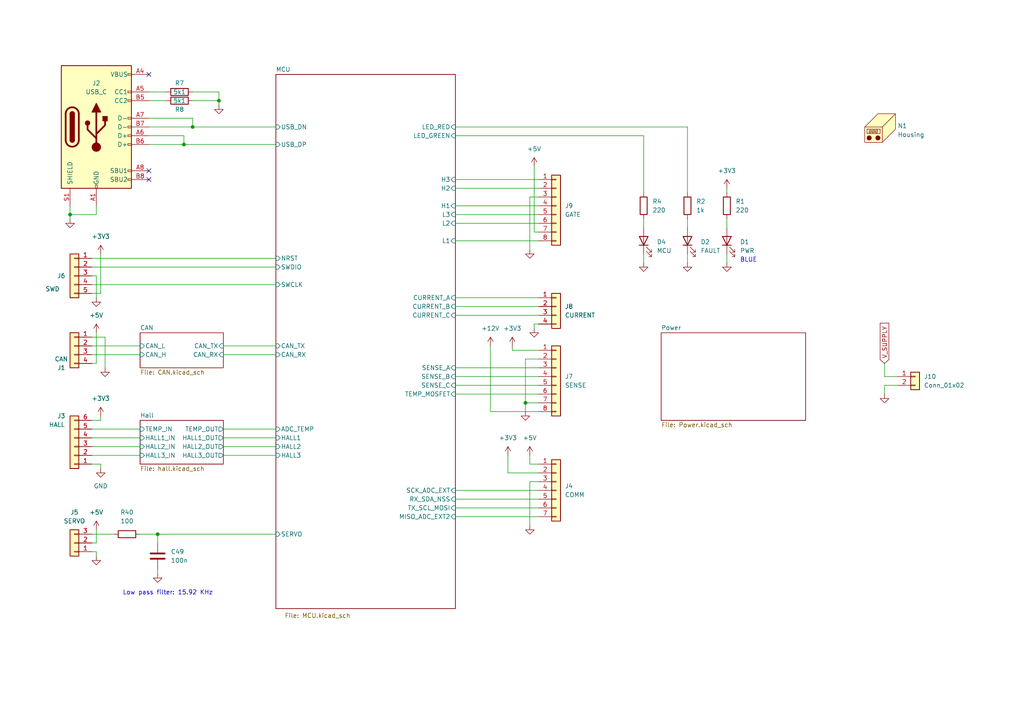
<source format=kicad_sch>
(kicad_sch (version 20230121) (generator eeschema)
  (paper "A4")
  (title_block (title "SI-ESC") (date "2022-06-24"))
  (lib_symbols
    (symbol "Connector:USB_C_Receptacle_USB2.0" (pin_names (offset 1.016))
      (property "Reference" "J" (at -10.16 19.05 0))
      (property "Value" "USB_C_Receptacle_USB2.0" (at 19.05 19.05 0))
      (symbol "USB_C_Receptacle_USB2.0_0_0"
        (rectangle (start -0.254 -17.78) (end 0.254 -16.764))
        (rectangle (start 10.16 -14.986) (end 9.144 -15.494))
        (rectangle (start 10.16 -12.446) (end 9.144 -12.954))
        (rectangle (start 10.16 -4.826) (end 9.144 -5.334))
        (rectangle (start 10.16 -2.286) (end 9.144 -2.794))
        (rectangle (start 10.16 0.254) (end 9.144 -0.254))
        (rectangle (start 10.16 2.794) (end 9.144 2.286))
        (rectangle (start 10.16 7.874) (end 9.144 7.366))
        (rectangle (start 10.16 10.414) (end 9.144 9.906))
        (rectangle (start 10.16 15.494) (end 9.144 14.986))
      )
      (symbol "USB_C_Receptacle_USB2.0_0_1"
        (rectangle (start -10.16 17.78) (end 10.16 -17.78) (stroke (width 0.254)) (fill (type background)))
        (arc (start -8.89 -3.81) (mid -6.985 -5.7067) (end -5.08 -3.81) (stroke (width 0.508)))
        (arc (start -7.62 -3.81) (mid -6.985 -4.4423) (end -6.35 -3.81) (stroke (width 0.254)))
        (arc (start -7.62 -3.81) (mid -6.985 -4.4423) (end -6.35 -3.81) (stroke (width 0.254)) (fill (type outline)))
        (rectangle (start -7.62 -3.81) (end -6.35 3.81) (stroke (width 0.254)) (fill (type outline)))
        (arc (start -6.35 3.81) (mid -6.985 4.4423) (end -7.62 3.81) (stroke (width 0.254)))
        (arc (start -6.35 3.81) (mid -6.985 4.4423) (end -7.62 3.81) (stroke (width 0.254)) (fill (type outline)))
        (arc (start -5.08 3.81) (mid -6.985 5.7067) (end -8.89 3.81) (stroke (width 0.508)))
        (circle (center -2.54 1.143) (radius 0.635) (stroke (width 0.254)) (fill (type outline)))
        (circle (center 0 -5.842) (radius 1.27) (fill (type outline)))
        (polyline (pts (xy -8.89 -3.81) (xy -8.89 3.81)) (stroke (width 0.508)))
        (polyline (pts (xy -5.08 3.81) (xy -5.08 -3.81)) (stroke (width 0.508)))
        (polyline (pts (xy 0 -5.842) (xy 0 4.318)) (stroke (width 0.508)))
        (polyline (pts (xy 0 -3.302) (xy -2.54 -0.762) (xy -2.54 0.508)) (stroke (width 0.508)))
        (polyline (pts (xy 0 -2.032) (xy 2.54 0.508) (xy 2.54 1.778)) (stroke (width 0.508)))
        (polyline (pts (xy -1.27 4.318) (xy 0 6.858) (xy 1.27 4.318) (xy -1.27 4.318)) (stroke (width 0.254)) (fill (type outline)))
        (rectangle (start 1.905 1.778) (end 3.175 3.048) (stroke (width 0.254)) (fill (type outline)))
      )
      (symbol "USB_C_Receptacle_USB2.0_1_1"
        (pin passive line (at 0 -22.86 90) (length 5.08) (name "GND") (number "A1"))
        (pin passive line (at 0 -22.86 90) (length 5.08) hide (name "GND") (number "A12"))
        (pin passive line (at 15.24 15.24 180) (length 5.08) (name "VBUS") (number "A4"))
        (pin bidirectional line (at 15.24 10.16 180) (length 5.08) (name "CC1") (number "A5"))
        (pin bidirectional line (at 15.24 -2.54 180) (length 5.08) (name "D+") (number "A6"))
        (pin bidirectional line (at 15.24 2.54 180) (length 5.08) (name "D-") (number "A7"))
        (pin bidirectional line (at 15.24 -12.7 180) (length 5.08) (name "SBU1") (number "A8"))
        (pin passive line (at 15.24 15.24 180) (length 5.08) hide (name "VBUS") (number "A9"))
        (pin passive line (at 0 -22.86 90) (length 5.08) hide (name "GND") (number "B1"))
        (pin passive line (at 0 -22.86 90) (length 5.08) hide (name "GND") (number "B12"))
        (pin passive line (at 15.24 15.24 180) (length 5.08) hide (name "VBUS") (number "B4"))
        (pin bidirectional line (at 15.24 7.62 180) (length 5.08) (name "CC2") (number "B5"))
        (pin bidirectional line (at 15.24 -5.08 180) (length 5.08) (name "D+") (number "B6"))
        (pin bidirectional line (at 15.24 0 180) (length 5.08) (name "D-") (number "B7"))
        (pin bidirectional line (at 15.24 -15.24 180) (length 5.08) (name "SBU2") (number "B8"))
        (pin passive line (at 15.24 15.24 180) (length 5.08) hide (name "VBUS") (number "B9"))
        (pin passive line (at -7.62 -22.86 90) (length 5.08) (name "SHIELD") (number "S1"))
      )
    )
    (symbol "Connector_Generic:Conn_01x02" (pin_names (offset 1.016) hide)
      (property "Reference" "J" (at 0 2.54 0))
      (property "Value" "Conn_01x02" (at 0 -5.08 0))
      (symbol "Conn_01x02_1_1"
        (rectangle (start -1.27 -2.413) (end 0 -2.667) (stroke (width 0.1524)))
        (rectangle (start -1.27 0.127) (end 0 -0.127) (stroke (width 0.1524)))
        (rectangle (start -1.27 1.27) (end 1.27 -3.81) (stroke (width 0.254)) (fill (type background)))
        (pin passive line (at -5.08 0 0) (length 3.81) (name "Pin_1") (number "1"))
        (pin passive line (at -5.08 -2.54 0) (length 3.81) (name "Pin_2") (number "2"))
      )
    )
    (symbol "Connector_Generic:Conn_01x03" (pin_names (offset 1.016) hide)
      (property "Reference" "J" (at 0 5.08 0))
      (property "Value" "Conn_01x03" (at 0 -5.08 0))
      (symbol "Conn_01x03_1_1"
        (rectangle (start -1.27 -2.413) (end 0 -2.667) (stroke (width 0.1524)))
        (rectangle (start -1.27 0.127) (end 0 -0.127) (stroke (width 0.1524)))
        (rectangle (start -1.27 2.667) (end 0 2.413) (stroke (width 0.1524)))
        (rectangle (start -1.27 3.81) (end 1.27 -3.81) (stroke (width 0.254)) (fill (type background)))
        (pin passive line (at -5.08 2.54 0) (length 3.81) (name "Pin_1") (number "1"))
        (pin passive line (at -5.08 0 0) (length 3.81) (name "Pin_2") (number "2"))
        (pin passive line (at -5.08 -2.54 0) (length 3.81) (name "Pin_3") (number "3"))
      )
    )
    (symbol "Connector_Generic:Conn_01x04" (pin_names (offset 1.016) hide)
      (property "Reference" "J" (at 0 5.08 0))
      (property "Value" "Conn_01x04" (at 0 -7.62 0))
      (symbol "Conn_01x04_1_1"
        (rectangle (start -1.27 -4.953) (end 0 -5.207) (stroke (width 0.1524)))
        (rectangle (start -1.27 -2.413) (end 0 -2.667) (stroke (width 0.1524)))
        (rectangle (start -1.27 0.127) (end 0 -0.127) (stroke (width 0.1524)))
        (rectangle (start -1.27 2.667) (end 0 2.413) (stroke (width 0.1524)))
        (rectangle (start -1.27 3.81) (end 1.27 -6.35) (stroke (width 0.254)) (fill (type background)))
        (pin passive line (at -5.08 2.54 0) (length 3.81) (name "Pin_1") (number "1"))
        (pin passive line (at -5.08 0 0) (length 3.81) (name "Pin_2") (number "2"))
        (pin passive line (at -5.08 -2.54 0) (length 3.81) (name "Pin_3") (number "3"))
        (pin passive line (at -5.08 -5.08 0) (length 3.81) (name "Pin_4") (number "4"))
      )
    )
    (symbol "Connector_Generic:Conn_01x05" (pin_names (offset 1.016) hide)
      (property "Reference" "J" (at 0 7.62 0))
      (property "Value" "Conn_01x05" (at 0 -7.62 0))
      (symbol "Conn_01x05_1_1"
        (rectangle (start -1.27 -4.953) (end 0 -5.207) (stroke (width 0.1524)))
        (rectangle (start -1.27 -2.413) (end 0 -2.667) (stroke (width 0.1524)))
        (rectangle (start -1.27 0.127) (end 0 -0.127) (stroke (width 0.1524)))
        (rectangle (start -1.27 2.667) (end 0 2.413) (stroke (width 0.1524)))
        (rectangle (start -1.27 5.207) (end 0 4.953) (stroke (width 0.1524)))
        (rectangle (start -1.27 6.35) (end 1.27 -6.35) (stroke (width 0.254)) (fill (type background)))
        (pin passive line (at -5.08 5.08 0) (length 3.81) (name "Pin_1") (number "1"))
        (pin passive line (at -5.08 2.54 0) (length 3.81) (name "Pin_2") (number "2"))
        (pin passive line (at -5.08 0 0) (length 3.81) (name "Pin_3") (number "3"))
        (pin passive line (at -5.08 -2.54 0) (length 3.81) (name "Pin_4") (number "4"))
        (pin passive line (at -5.08 -5.08 0) (length 3.81) (name "Pin_5") (number "5"))
      )
    )
    (symbol "Connector_Generic:Conn_01x06" (pin_names (offset 1.016) hide)
      (property "Reference" "J" (at 0 7.62 0))
      (property "Value" "Conn_01x06" (at 0 -10.16 0))
      (symbol "Conn_01x06_1_1"
        (rectangle (start -1.27 -7.493) (end 0 -7.747) (stroke (width 0.1524)))
        (rectangle (start -1.27 -4.953) (end 0 -5.207) (stroke (width 0.1524)))
        (rectangle (start -1.27 -2.413) (end 0 -2.667) (stroke (width 0.1524)))
        (rectangle (start -1.27 0.127) (end 0 -0.127) (stroke (width 0.1524)))
        (rectangle (start -1.27 2.667) (end 0 2.413) (stroke (width 0.1524)))
        (rectangle (start -1.27 5.207) (end 0 4.953) (stroke (width 0.1524)))
        (rectangle (start -1.27 6.35) (end 1.27 -8.89) (stroke (width 0.254)) (fill (type background)))
        (pin passive line (at -5.08 5.08 0) (length 3.81) (name "Pin_1") (number "1"))
        (pin passive line (at -5.08 2.54 0) (length 3.81) (name "Pin_2") (number "2"))
        (pin passive line (at -5.08 0 0) (length 3.81) (name "Pin_3") (number "3"))
        (pin passive line (at -5.08 -2.54 0) (length 3.81) (name "Pin_4") (number "4"))
        (pin passive line (at -5.08 -5.08 0) (length 3.81) (name "Pin_5") (number "5"))
        (pin passive line (at -5.08 -7.62 0) (length 3.81) (name "Pin_6") (number "6"))
      )
    )
    (symbol "Connector_Generic:Conn_01x07" (pin_names (offset 1.016) hide)
      (property "Reference" "J" (at 0 10.16 0))
      (property "Value" "Conn_01x07" (at 0 -10.16 0))
      (symbol "Conn_01x07_1_1"
        (rectangle (start -1.27 -7.493) (end 0 -7.747) (stroke (width 0.1524)))
        (rectangle (start -1.27 -4.953) (end 0 -5.207) (stroke (width 0.1524)))
        (rectangle (start -1.27 -2.413) (end 0 -2.667) (stroke (width 0.1524)))
        (rectangle (start -1.27 0.127) (end 0 -0.127) (stroke (width 0.1524)))
        (rectangle (start -1.27 2.667) (end 0 2.413) (stroke (width 0.1524)))
        (rectangle (start -1.27 5.207) (end 0 4.953) (stroke (width 0.1524)))
        (rectangle (start -1.27 7.747) (end 0 7.493) (stroke (width 0.1524)))
        (rectangle (start -1.27 8.89) (end 1.27 -8.89) (stroke (width 0.254)) (fill (type background)))
        (pin passive line (at -5.08 7.62 0) (length 3.81) (name "Pin_1") (number "1"))
        (pin passive line (at -5.08 5.08 0) (length 3.81) (name "Pin_2") (number "2"))
        (pin passive line (at -5.08 2.54 0) (length 3.81) (name "Pin_3") (number "3"))
        (pin passive line (at -5.08 0 0) (length 3.81) (name "Pin_4") (number "4"))
        (pin passive line (at -5.08 -2.54 0) (length 3.81) (name "Pin_5") (number "5"))
        (pin passive line (at -5.08 -5.08 0) (length 3.81) (name "Pin_6") (number "6"))
        (pin passive line (at -5.08 -7.62 0) (length 3.81) (name "Pin_7") (number "7"))
      )
    )
    (symbol "Connector_Generic:Conn_01x08" (pin_names (offset 1.016) hide)
      (property "Reference" "J" (at 0 10.16 0))
      (property "Value" "Conn_01x08" (at 0 -12.7 0))
      (symbol "Conn_01x08_1_1"
        (rectangle (start -1.27 -10.033) (end 0 -10.287) (stroke (width 0.1524)))
        (rectangle (start -1.27 -7.493) (end 0 -7.747) (stroke (width 0.1524)))
        (rectangle (start -1.27 -4.953) (end 0 -5.207) (stroke (width 0.1524)))
        (rectangle (start -1.27 -2.413) (end 0 -2.667) (stroke (width 0.1524)))
        (rectangle (start -1.27 0.127) (end 0 -0.127) (stroke (width 0.1524)))
        (rectangle (start -1.27 2.667) (end 0 2.413) (stroke (width 0.1524)))
        (rectangle (start -1.27 5.207) (end 0 4.953) (stroke (width 0.1524)))
        (rectangle (start -1.27 7.747) (end 0 7.493) (stroke (width 0.1524)))
        (rectangle (start -1.27 8.89) (end 1.27 -11.43) (stroke (width 0.254)) (fill (type background)))
        (pin passive line (at -5.08 7.62 0) (length 3.81) (name "Pin_1") (number "1"))
        (pin passive line (at -5.08 5.08 0) (length 3.81) (name "Pin_2") (number "2"))
        (pin passive line (at -5.08 2.54 0) (length 3.81) (name "Pin_3") (number "3"))
        (pin passive line (at -5.08 0 0) (length 3.81) (name "Pin_4") (number "4"))
        (pin passive line (at -5.08 -2.54 0) (length 3.81) (name "Pin_5") (number "5"))
        (pin passive line (at -5.08 -5.08 0) (length 3.81) (name "Pin_6") (number "6"))
        (pin passive line (at -5.08 -7.62 0) (length 3.81) (name "Pin_7") (number "7"))
        (pin passive line (at -5.08 -10.16 0) (length 3.81) (name "Pin_8") (number "8"))
      )
    )
    (symbol "Device:C" (pin_numbers hide) (pin_names (offset 0.254))
      (property "Reference" "C" (at 0.635 2.54 0))
      (property "Value" "C" (at 0.635 -2.54 0))
      (symbol "C_0_1"
        (polyline (pts (xy -2.032 -0.762) (xy 2.032 -0.762)) (stroke (width 0.508)))
        (polyline (pts (xy -2.032 0.762) (xy 2.032 0.762)) (stroke (width 0.508)))
      )
      (symbol "C_1_1"
        (pin passive line (at 0 3.81 270) (length 2.794) (name "~") (number "1"))
        (pin passive line (at 0 -3.81 90) (length 2.794) (name "~") (number "2"))
      )
    )
    (symbol "Device:LED" (pin_numbers hide) (pin_names (offset 1.016) hide)
      (property "Reference" "D" (at 0 2.54 0))
      (property "Value" "LED" (at 0 -2.54 0))
      (symbol "LED_0_1"
        (polyline (pts (xy -1.27 -1.27) (xy -1.27 1.27)) (stroke (width 0.254)))
        (polyline (pts (xy -1.27 0) (xy 1.27 0)))
        (polyline (pts (xy 1.27 -1.27) (xy 1.27 1.27) (xy -1.27 0) (xy 1.27 -1.27)) (stroke (width 0.254)))
        (polyline (pts (xy -3.048 -0.762) (xy -4.572 -2.286) (xy -3.81 -2.286) (xy -4.572 -2.286) (xy -4.572 -1.524)))
        (polyline (pts (xy -1.778 -0.762) (xy -3.302 -2.286) (xy -2.54 -2.286) (xy -3.302 -2.286) (xy -3.302 -1.524)))
      )
      (symbol "LED_1_1"
        (pin passive line (at -3.81 0 0) (length 2.54) (name "K") (number "1"))
        (pin passive line (at 3.81 0 180) (length 2.54) (name "A") (number "2"))
      )
    )
    (symbol "Device:R" (pin_numbers hide) (pin_names (offset 0))
      (property "Reference" "R" (at 2.032 0 90))
      (property "Value" "R" (at 0 0 90))
      (symbol "R_0_1"
        (rectangle (start -1.016 -2.54) (end 1.016 2.54) (stroke (width 0.254)))
      )
      (symbol "R_1_1"
        (pin passive line (at 0 3.81 270) (length 1.27) (name "~") (number "1"))
        (pin passive line (at 0 -3.81 90) (length 1.27) (name "~") (number "2"))
      )
    )
    (symbol "Mechanical:Housing" (pin_names (offset 1.016))
      (property "Reference" "N" (at 3.81 0 0))
      (property "Value" "Housing" (at 3.81 -1.905 0))
      (symbol "Housing_0_1"
        (rectangle (start -5.08 -0.635) (end -1.27 -1.905))
        (circle (center -4.445 -3.175) (radius 0.635) (fill (type outline)))
        (circle (center -1.905 -3.175) (radius 0.635) (fill (type outline)))
        (polyline (pts (xy -4.5212 -1.5748) (xy -4.4704 -1.3716)))
        (polyline (pts (xy -4.4196 -1.6764) (xy -4.064 -1.6764)))
        (polyline (pts (xy -4.4196 -1.2192) (xy -4.3688 -0.9652)))
        (polyline (pts (xy -4.318 -1.3208) (xy -4.0132 -1.3208)))
        (polyline (pts (xy -4.2164 -0.9144) (xy -3.9116 -0.9144)))
        (polyline (pts (xy -3.9116 -1.6256) (xy -3.8608 -1.3716)))
        (polyline (pts (xy -3.81 -1.2192) (xy -3.7592 -0.9652)))
        (polyline (pts (xy -3.6068 -1.5748) (xy -3.556 -1.3716)))
        (polyline (pts (xy -3.5052 -1.6764) (xy -3.1496 -1.6764)))
        (polyline (pts (xy -3.5052 -1.2192) (xy -3.4544 -0.9652)))
        (polyline (pts (xy -3.4036 -1.3208) (xy -3.0988 -1.3208)))
        (polyline (pts (xy -3.302 -0.9144) (xy -2.9972 -0.9144)))
        (polyline (pts (xy -2.9972 -1.6256) (xy -2.9464 -1.3716)))
        (polyline (pts (xy -2.8956 -1.2192) (xy -2.8448 -0.9652)))
        (polyline (pts (xy -2.6924 -1.5748) (xy -2.6416 -1.3716)))
        (polyline (pts (xy -2.5908 -1.6764) (xy -2.2352 -1.6764)))
        (polyline (pts (xy -2.5908 -1.2192) (xy -2.54 -0.9652)))
        (polyline (pts (xy -2.4892 -1.3208) (xy -2.1844 -1.3208)))
        (polyline (pts (xy -2.3876 -0.9144) (xy -2.0828 -0.9144)))
        (polyline (pts (xy -2.0828 -1.6256) (xy -2.032 -1.3716)))
        (polyline (pts (xy -1.9812 -1.2192) (xy -1.9304 -0.9652)))
        (polyline (pts (xy -0.635 0) (xy -0.635 -4.445)))
        (polyline (pts (xy -5.715 0) (xy -0.635 0) (xy 3.175 3.81)))
        (polyline (pts (xy -5.715 0) (xy -5.715 -4.445) (xy -0.635 -4.445) (xy 3.175 -0.635) (xy 3.175 3.81) (xy -1.905 3.81) (xy -5.715 0)) (fill (type background)))
      )
    )
    (symbol "power:+12V" (power) (pin_names (offset 0))
      (property "Value" "+12V" (at 0 3.556 0))
      (symbol "+12V_0_1"
        (polyline (pts (xy -0.762 1.27) (xy 0 2.54)))
        (polyline (pts (xy 0 0) (xy 0 2.54)))
        (polyline (pts (xy 0 2.54) (xy 0.762 1.27)))
      )
      (symbol "+12V_1_1"
        (pin power_in line (at 0 0 90) (length 0) hide (name "+12V") (number "1"))
      )
    )
    (symbol "power:+3V3" (power) (pin_names (offset 0))
      (property "Value" "+3V3" (at 0 3.556 0))
      (symbol "+3V3_0_1"
        (polyline (pts (xy -0.762 1.27) (xy 0 2.54)))
        (polyline (pts (xy 0 0) (xy 0 2.54)))
        (polyline (pts (xy 0 2.54) (xy 0.762 1.27)))
      )
      (symbol "+3V3_1_1"
        (pin power_in line (at 0 0 90) (length 0) hide (name "+3V3") (number "1"))
      )
    )
    (symbol "power:+5V" (power) (pin_names (offset 0))
      (property "Value" "+5V" (at 0 3.556 0))
      (symbol "+5V_0_1"
        (polyline (pts (xy -0.762 1.27) (xy 0 2.54)))
        (polyline (pts (xy 0 0) (xy 0 2.54)))
        (polyline (pts (xy 0 2.54) (xy 0.762 1.27)))
      )
      (symbol "+5V_1_1"
        (pin power_in line (at 0 0 90) (length 0) hide (name "+5V") (number "1"))
      )
    )
    (symbol "power:GND" (power) (pin_names (offset 0))
      (property "Value" "GND" (at 0 -3.81 0))
      (symbol "GND_0_1"
        (polyline (pts (xy 0 0) (xy 0 -1.27) (xy 1.27 -1.27) (xy 0 -2.54) (xy -1.27 -1.27) (xy 0 -1.27)))
      )
      (symbol "GND_1_1"
        (pin power_in line (at 0 0 270) (length 0) hide (name "GND") (number "1"))
      )
    )
  )
  (junction (at 45.72 154.94))
  (junction (at 152.4 116.84))
  (junction (at 20.32 62.23))
  (junction (at 55.88 36.83))
  (junction (at 63.5 29.21))
  (junction (at 53.34 41.91))
  (no_connect (at 43.18 49.53))
  (no_connect (at 43.18 52.07))
  (no_connect (at 43.18 21.59))
  (wire (pts (xy 26.67 127) (xy 40.64 127)))
  (wire (pts (xy 27.94 59.69) (xy 27.94 62.23)))
  (wire (pts (xy 186.69 39.37) (xy 186.69 55.88)))
  (wire (pts (xy 260.35 111.76) (xy 256.54 111.76)))
  (wire (pts (xy 43.18 29.21) (xy 48.26 29.21)))
  (wire (pts (xy 26.67 80.01) (xy 27.94 80.01)))
  (wire (pts (xy 29.21 121.92) (xy 29.21 120.65)))
  (wire (pts (xy 153.67 57.15) (xy 153.67 72.39)))
  (wire (pts (xy 186.69 73.66) (xy 186.69 76.2)))
  (wire (pts (xy 55.88 36.83) (xy 55.88 34.29)))
  (wire (pts (xy 210.82 63.5) (xy 210.82 66.04)))
  (wire (pts (xy 153.67 134.62) (xy 153.67 132.08)))
  (wire (pts (xy 154.94 93.98) (xy 156.21 93.98)))
  (wire (pts (xy 20.32 59.69) (xy 20.32 62.23)))
  (wire (pts (xy 27.94 62.23) (xy 20.32 62.23)))
  (wire (pts (xy 26.67 157.48) (xy 27.94 157.48)))
  (wire (pts (xy 43.18 39.37) (xy 53.34 39.37)))
  (wire (pts (xy 132.08 88.9) (xy 156.21 88.9)))
  (wire (pts (xy 55.88 36.83) (xy 80.01 36.83)))
  (wire (pts (xy 148.59 101.6) (xy 148.59 100.33)))
  (wire (pts (xy 64.77 132.08) (xy 80.01 132.08)))
  (wire (pts (xy 147.32 137.16) (xy 147.32 132.08)))
  (wire (pts (xy 156.21 116.84) (xy 152.4 116.84)))
  (wire (pts (xy 132.08 149.86) (xy 156.21 149.86)))
  (wire (pts (xy 26.67 74.93) (xy 80.01 74.93)))
  (wire (pts (xy 132.08 144.78) (xy 156.21 144.78)))
  (wire (pts (xy 26.67 82.55) (xy 80.01 82.55)))
  (wire (pts (xy 26.67 102.87) (xy 40.64 102.87)))
  (wire (pts (xy 154.94 67.31) (xy 154.94 48.26)))
  (wire (pts (xy 156.21 137.16) (xy 147.32 137.16)))
  (wire (pts (xy 132.08 114.3) (xy 156.21 114.3)))
  (wire (pts (xy 64.77 102.87) (xy 80.01 102.87)))
  (wire (pts (xy 64.77 127) (xy 80.01 127)))
  (wire (pts (xy 43.18 36.83) (xy 55.88 36.83)))
  (wire (pts (xy 156.21 57.15) (xy 153.67 57.15)))
  (wire (pts (xy 154.94 95.25) (xy 154.94 93.98)))
  (wire (pts (xy 132.08 54.61) (xy 156.21 54.61)))
  (wire (pts (xy 152.4 104.14) (xy 152.4 116.84)))
  (wire (pts (xy 27.94 80.01) (xy 27.94 86.36)))
  (wire (pts (xy 26.67 100.33) (xy 40.64 100.33)))
  (wire (pts (xy 152.4 116.84) (xy 152.4 119.38)))
  (wire (pts (xy 27.94 96.52) (xy 27.94 105.41)))
  (wire (pts (xy 132.08 69.85) (xy 156.21 69.85)))
  (wire (pts (xy 26.67 132.08) (xy 40.64 132.08)))
  (wire (pts (xy 27.94 160.02) (xy 27.94 161.29)))
  (wire (pts (xy 156.21 134.62) (xy 153.67 134.62)))
  (wire (pts (xy 132.08 52.07) (xy 156.21 52.07)))
  (wire (pts (xy 142.24 100.33) (xy 142.24 119.38)))
  (wire (pts (xy 132.08 39.37) (xy 186.69 39.37)))
  (wire (pts (xy 132.08 111.76) (xy 156.21 111.76)))
  (wire (pts (xy 26.67 160.02) (xy 27.94 160.02)))
  (wire (pts (xy 132.08 109.22) (xy 156.21 109.22)))
  (wire (pts (xy 256.54 109.22) (xy 256.54 105.41)))
  (wire (pts (xy 63.5 26.67) (xy 63.5 29.21)))
  (wire (pts (xy 260.35 109.22) (xy 256.54 109.22)))
  (wire (pts (xy 26.67 77.47) (xy 80.01 77.47)))
  (wire (pts (xy 132.08 106.68) (xy 156.21 106.68)))
  (wire (pts (xy 132.08 147.32) (xy 156.21 147.32)))
  (wire (pts (xy 132.08 62.23) (xy 156.21 62.23)))
  (wire (pts (xy 132.08 86.36) (xy 156.21 86.36)))
  (wire (pts (xy 26.67 124.46) (xy 40.64 124.46)))
  (wire (pts (xy 142.24 119.38) (xy 156.21 119.38)))
  (wire (pts (xy 63.5 29.21) (xy 63.5 30.48)))
  (wire (pts (xy 210.82 73.66) (xy 210.82 76.2)))
  (wire (pts (xy 64.77 100.33) (xy 80.01 100.33)))
  (wire (pts (xy 210.82 54.61) (xy 210.82 55.88)))
  (wire (pts (xy 55.88 29.21) (xy 63.5 29.21)))
  (wire (pts (xy 132.08 91.44) (xy 156.21 91.44)))
  (wire (pts (xy 132.08 36.83) (xy 199.39 36.83)))
  (wire (pts (xy 26.67 85.09) (xy 29.21 85.09)))
  (wire (pts (xy 26.67 129.54) (xy 40.64 129.54)))
  (wire (pts (xy 156.21 139.7) (xy 153.67 139.7)))
  (wire (pts (xy 199.39 36.83) (xy 199.39 55.88)))
  (wire (pts (xy 29.21 134.62) (xy 29.21 135.89)))
  (wire (pts (xy 43.18 26.67) (xy 48.26 26.67)))
  (wire (pts (xy 26.67 154.94) (xy 33.02 154.94)))
  (wire (pts (xy 45.72 154.94) (xy 80.01 154.94)))
  (wire (pts (xy 132.08 59.69) (xy 156.21 59.69)))
  (wire (pts (xy 153.67 139.7) (xy 153.67 152.4)))
  (wire (pts (xy 156.21 101.6) (xy 148.59 101.6)))
  (wire (pts (xy 156.21 104.14) (xy 152.4 104.14)))
  (wire (pts (xy 30.48 97.79) (xy 30.48 106.68)))
  (wire (pts (xy 26.67 97.79) (xy 30.48 97.79)))
  (wire (pts (xy 26.67 105.41) (xy 27.94 105.41)))
  (wire (pts (xy 55.88 26.67) (xy 63.5 26.67)))
  (wire (pts (xy 20.32 62.23) (xy 20.32 63.5)))
  (wire (pts (xy 43.18 41.91) (xy 53.34 41.91)))
  (wire (pts (xy 64.77 124.46) (xy 80.01 124.46)))
  (wire (pts (xy 55.88 34.29) (xy 43.18 34.29)))
  (wire (pts (xy 256.54 111.76) (xy 256.54 114.3)))
  (wire (pts (xy 64.77 129.54) (xy 80.01 129.54)))
  (wire (pts (xy 156.21 67.31) (xy 154.94 67.31)))
  (wire (pts (xy 199.39 73.66) (xy 199.39 76.2)))
  (wire (pts (xy 27.94 153.67) (xy 27.94 157.48)))
  (wire (pts (xy 29.21 85.09) (xy 29.21 73.66)))
  (wire (pts (xy 53.34 39.37) (xy 53.34 41.91)))
  (wire (pts (xy 132.08 142.24) (xy 156.21 142.24)))
  (wire (pts (xy 186.69 63.5) (xy 186.69 66.04)))
  (wire (pts (xy 26.67 134.62) (xy 29.21 134.62)))
  (wire (pts (xy 45.72 154.94) (xy 45.72 157.48)))
  (wire (pts (xy 53.34 41.91) (xy 80.01 41.91)))
  (wire (pts (xy 199.39 63.5) (xy 199.39 66.04)))
  (wire (pts (xy 40.64 154.94) (xy 45.72 154.94)))
  (wire (pts (xy 45.72 165.1) (xy 45.72 166.37)))
  (wire (pts (xy 26.67 121.92) (xy 29.21 121.92)))
  (wire (pts (xy 132.08 64.77) (xy 156.21 64.77)))
  (text "Low pass filter: 15.92 KHz" (at 35.56 172.72 0) (effects (font (size 1.27 1.27)) (justify left bottom)))
  (text "BLUE" (at 214.63 76.2 0) (effects (font (size 1.27 1.27)) (justify left bottom)))
  (global_label "V_SUPPLY" (shape input) (at 256.54 105.41 90) (property "Intersheetrefs" "${INTERSHEET_REFS}" (effects hide)))
  (symbol (lib_id "power:+3V3") (at 29.21 120.65 0) (unit 1)
    (property "Reference" "#PWR0104" (effects hide))
    (property "Value" "+3V3" (at 29.21 115.57 0))
  )
  (symbol (lib_id "power:+5V") (at 27.94 96.52 0) (unit 1)
    (property "Reference" "#PWR0107" (effects hide))
    (property "Value" "+5V" (at 27.94 91.44 0))
  )
  (symbol (lib_id "power:+3V3") (at 29.21 73.66 0) (unit 1)
    (property "Reference" "#PWR067" (effects hide))
    (property "Value" "+3V3" (at 29.21 68.58 0))
  )
  (symbol (lib_id "Device:R") (at 210.82 59.69 0) (unit 1)
    (property "Reference" "R1" (at 213.36 58.4199 0) (effects (justify left)))
    (property "Value" "220" (at 213.36 60.9599 0) (effects (justify left)))
    (property "Footprint" "Resistor_SMD:R_0805_2012Metric" (effects hide))
    (property "LCSC" "C407469" (effects hide))
  )
  (symbol (lib_id "power:+3V3") (at 147.32 132.08 0) (unit 1)
    (property "Reference" "#PWR070" (effects hide))
    (property "Value" "+3V3" (at 147.32 127 0))
  )
  (symbol (lib_id "power:GND") (at 63.5 30.48 0) (mirror y) (unit 1)
    (property "Reference" "#PWR06" (effects hide))
    (property "Value" "GND" (effects hide))
  )
  (symbol (lib_id "power:+5V") (at 154.94 48.26 0) (unit 1)
    (property "Reference" "#PWR0123" (effects hide))
    (property "Value" "+5V" (at 154.94 43.18 0))
  )
  (symbol (lib_id "Connector_Generic:Conn_01x04") (at 21.59 100.33 0) (mirror y) (unit 1)
    (property "Reference" "J1" (at 17.78 106.68 0))
    (property "Value" "CAN" (at 17.78 104.14 0))
    (property "Footprint" "Connector_JST:JST_PH_S4B-PH-K_1x04_P2.00mm_Horizontal" (effects hide))
  )
  (symbol (lib_id "power:GND") (at 27.94 161.29 0) (mirror y) (unit 1)
    (property "Reference" "#PWR0102" (effects hide))
    (property "Value" "GND" (effects hide))
  )
  (symbol (lib_id "power:GND") (at 20.32 63.5 0) (mirror y) (unit 1)
    (property "Reference" "#PWR0106" (effects hide))
    (property "Value" "GND" (effects hide))
  )
  (symbol (lib_id "Connector_Generic:Conn_01x02") (at 265.43 109.22 0) (unit 1)
    (property "Reference" "J10" (at 267.97 109.2199 0) (effects (justify left)))
    (property "Value" "Conn_01x02" (at 267.97 111.7599 0) (effects (justify left)))
    (property "Footprint" "Connector_PinHeader_2.54mm:PinHeader_1x02_P2.54mm_Vertical" (effects hide))
  )
  (symbol (lib_id "Device:LED") (at 210.82 69.85 90) (unit 1)
    (property "Reference" "D1" (at 214.63 70.1674 90) (effects (justify right)))
    (property "Value" "PWR" (at 214.63 72.7074 90) (effects (justify right)))
    (property "Footprint" "LED_SMD:LED_0805_2012Metric" (effects hide))
    (property "LCSC" "C965817" (effects hide))
  )
  (symbol (lib_id "Connector:USB_C_Receptacle_USB2.0") (at 27.94 36.83 0) (unit 1)
    (property "Reference" "J2" (at 27.94 24.13 0))
    (property "Value" "USB_C" (at 27.94 26.67 0))
    (property "Footprint" "Connector_USB:USB_C_Receptacle_HRO_TYPE-C-31-M-12" (effects hide))
    (property "Datasheet" "https://www.usb.org/sites/default/files/documents/usb_type-c.zip" (effects hide))
    (property "LCSC" "C709357" (effects hide))
  )
  (symbol (lib_id "power:+5V") (at 27.94 153.67 0) (unit 1)
    (property "Reference" "#PWR0103" (effects hide))
    (property "Value" "+5V" (at 27.94 148.59 0))
  )
  (symbol (lib_id "power:GND") (at 199.39 76.2 0) (unit 1)
    (property "Reference" "#PWR05" (effects hide))
    (property "Value" "GND" (effects hide))
  )
  (symbol (lib_id "Device:R") (at 199.39 59.69 0) (unit 1)
    (property "Reference" "R2" (at 201.93 58.4199 0) (effects (justify left)))
    (property "Value" "1k" (at 201.93 60.9599 0) (effects (justify left)))
    (property "Footprint" "Resistor_SMD:R_0805_2012Metric" (effects hide))
    (property "LCSC" "C79496" (effects hide))
  )
  (symbol (lib_id "power:+12V") (at 142.24 100.33 0) (unit 1)
    (property "Reference" "#PWR0124" (effects hide))
    (property "Value" "+12V" (at 142.24 95.25 0))
  )
  (symbol (lib_id "Device:R") (at 52.07 29.21 270) (unit 1)
    (property "Reference" "R8" (at 52.07 31.75 90))
    (property "Value" "5k1" (at 52.07 29.21 90))
    (property "Footprint" "Resistor_SMD:R_0805_2012Metric" (effects hide))
    (property "LCSC" "C84375" (effects hide))
  )
  (symbol (lib_id "Connector_Generic:Conn_01x08") (at 161.29 59.69 0) (unit 1)
    (property "Reference" "J9" (at 163.83 59.6899 0) (effects (justify left)))
    (property "Value" "GATE" (at 163.83 62.2299 0) (effects (justify left)))
    (property "Footprint" "Connector_PinHeader_2.54mm:PinHeader_2x04_P2.54mm_Vertical" (effects hide))
  )
  (symbol (lib_id "Connector_Generic:Conn_01x03") (at 21.59 157.48 180) (unit 1)
    (property "Reference" "J5" (at 21.59 148.59 0))
    (property "Value" "SERVO" (at 21.59 151.13 0))
    (property "Footprint" "Connector_JST:JST_PH_S3B-PH-K_1x03_P2.00mm_Horizontal" (effects hide))
  )
  (symbol (lib_id "Connector_Generic:Conn_01x04") (at 161.29 88.9 0) (unit 1)
    (property "Reference" "J8" (at 163.83 88.8999 0) (effects (justify left)))
    (property "Value" "CURRENT" (at 163.83 91.4399 0) (effects (justify left)))
    (property "Footprint" "Connector_PinHeader_2.54mm:PinHeader_2x02_P2.54mm_Vertical" (effects hide))
  )
  (symbol (lib_id "Mechanical:Housing") (at 256.54 36.83 0) (unit 1)
    (property "Reference" "N1" (at 260.35 36.5125 0) (effects (justify left)))
    (property "Value" "Housing" (at 260.35 39.0525 0) (effects (justify left)))
    (property "Footprint" "Symbol:KiCad-Logo2_5mm_SilkScreen" (effects hide))
  )
  (symbol (lib_id "power:GND") (at 256.54 114.3 0) (unit 1)
    (property "Reference" "#PWR0119" (effects hide))
    (property "Value" "GND" (effects hide))
  )
  (symbol (lib_id "power:GND") (at 153.67 152.4 0) (unit 1)
    (property "Reference" "#PWR072" (effects hide))
    (property "Value" "GND" (effects hide))
  )
  (symbol (lib_id "Device:C") (at 45.72 161.29 0) (unit 1)
    (property "Reference" "C49" (at 49.53 160.0199 0) (effects (justify left)))
    (property "Value" "100n" (at 49.53 162.5599 0) (effects (justify left)))
    (property "Footprint" "Capacitor_SMD:C_0805_2012Metric" (effects hide))
    (property "LCSC" "C49678" (effects hide))
  )
  (symbol (lib_id "Device:R") (at 36.83 154.94 90) (unit 1)
    (property "Reference" "R40" (at 36.83 148.59 90))
    (property "Value" "100" (at 36.83 151.13 90))
    (property "Footprint" "Resistor_SMD:R_0805_2012Metric" (effects hide))
    (property "LCSC" "C105577" (effects hide))
  )
  (symbol (lib_id "Device:R") (at 186.69 59.69 0) (unit 1)
    (property "Reference" "R4" (at 189.23 58.4199 0) (effects (justify left)))
    (property "Value" "220" (at 189.23 60.9599 0) (effects (justify left)))
    (property "Footprint" "Resistor_SMD:R_0805_2012Metric" (effects hide))
    (property "LCSC" "C407469" (effects hide))
  )
  (symbol (lib_id "Device:R") (at 52.07 26.67 270) (unit 1)
    (property "Reference" "R7" (at 52.07 24.13 90))
    (property "Value" "5k1" (at 52.07 26.67 90))
    (property "Footprint" "Resistor_SMD:R_0805_2012Metric" (effects hide))
    (property "LCSC" "C84375" (effects hide))
  )
  (symbol (lib_id "power:+5V") (at 153.67 132.08 0) (unit 1)
    (property "Reference" "#PWR071" (effects hide))
    (property "Value" "+5V" (at 153.67 127 0))
  )
  (symbol (lib_id "power:+3V3") (at 210.82 54.61 0) (unit 1)
    (property "Reference" "#PWR01" (effects hide))
    (property "Value" "+3V3" (at 210.82 49.53 0))
  )
  (symbol (lib_id "Connector_Generic:Conn_01x08") (at 161.29 109.22 0) (unit 1)
    (property "Reference" "J7" (at 163.83 109.2199 0) (effects (justify left)))
    (property "Value" "SENSE" (at 163.83 111.7599 0) (effects (justify left)))
    (property "Footprint" "Connector_PinHeader_2.54mm:PinHeader_2x04_P2.54mm_Vertical" (effects hide))
  )
  (symbol (lib_id "Connector_Generic:Conn_01x05") (at 21.59 80.01 0) (mirror y) (unit 1)
    (property "Reference" "J6" (at 17.78 80.01 0))
    (property "Value" "SWD" (at 15.24 83.82 0))
    (property "Footprint" "Connector_JST:JST_PH_S5B-PH-K_1x05_P2.00mm_Horizontal" (effects hide))
  )
  (symbol (lib_id "power:GND") (at 153.67 72.39 0) (unit 1)
    (property "Reference" "#PWR0120" (effects hide))
    (property "Value" "GND" (effects hide))
  )
  (symbol (lib_id "Connector_Generic:Conn_01x07") (at 161.29 142.24 0) (unit 1)
    (property "Reference" "J4" (at 163.83 140.9699 0) (effects (justify left)))
    (property "Value" "COMM" (at 163.83 143.5099 0) (effects (justify left)))
    (property "Footprint" "Connector_JST:JST_PH_S7B-PH-K_1x07_P2.00mm_Horizontal" (effects hide))
  )
  (symbol (lib_id "Connector_Generic:Conn_01x06") (at 21.59 129.54 180) (unit 1)
    (property "Reference" "J3" (at 17.78 120.65 0))
    (property "Value" "HALL" (at 16.51 123.19 0))
    (property "Footprint" "Connector_JST:JST_PH_S6B-PH-K_1x06_P2.00mm_Horizontal" (effects hide))
  )
  (symbol (lib_id "power:GND") (at 30.48 106.68 0) (mirror y) (unit 1)
    (property "Reference" "#PWR0108" (effects hide))
    (property "Value" "GND" (effects hide))
  )
  (symbol (lib_id "power:GND") (at 152.4 119.38 0) (unit 1)
    (property "Reference" "#PWR0109" (effects hide))
    (property "Value" "GND" (effects hide))
  )
  (symbol (lib_id "power:GND") (at 29.21 135.89 0) (mirror y) (unit 1)
    (property "Reference" "#PWR0105" (effects hide))
    (property "Value" "GND" (at 29.21 140.97 0))
  )
  (symbol (lib_id "Device:LED") (at 199.39 69.85 90) (unit 1)
    (property "Reference" "D2" (at 203.2 70.1674 90) (effects (justify right)))
    (property "Value" "FAULT" (at 203.2 72.7074 90) (effects (justify right)))
    (property "Footprint" "LED_SMD:LED_0805_2012Metric" (effects hide))
    (property "LCSC" "C131244" (effects hide))
  )
  (symbol (lib_id "power:+3V3") (at 148.59 100.33 0) (unit 1)
    (property "Reference" "#PWR0122" (effects hide))
    (property "Value" "+3V3" (at 148.59 95.25 0))
  )
  (symbol (lib_id "power:GND") (at 27.94 86.36 0) (mirror y) (unit 1)
    (property "Reference" "#PWR068" (effects hide))
    (property "Value" "GND" (effects hide))
  )
  (symbol (lib_id "power:GND") (at 45.72 166.37 0) (mirror y) (unit 1)
    (property "Reference" "#PWR069" (effects hide))
    (property "Value" "GND" (effects hide))
  )
  (symbol (lib_id "power:GND") (at 154.94 95.25 0) (unit 1)
    (property "Reference" "#PWR0118" (effects hide))
    (property "Value" "GND" (effects hide))
  )
  (symbol (lib_id "Device:LED") (at 186.69 69.85 90) (unit 1)
    (property "Reference" "D4" (at 190.5 70.1674 90) (effects (justify right)))
    (property "Value" "MCU" (at 190.5 72.7074 90) (effects (justify right)))
    (property "Footprint" "LED_SMD:LED_0805_2012Metric" (effects hide))
    (property "LCSC" "C965816" (effects hide))
  )
  (symbol (lib_id "power:GND") (at 210.82 76.2 0) (unit 1)
    (property "Reference" "#PWR02" (effects hide))
    (property "Value" "GND" (effects hide))
  )
  (symbol (lib_id "power:GND") (at 186.69 76.2 0) (unit 1)
    (property "Reference" "#PWR07" (effects hide))
    (property "Value" "GND" (effects hide))
  )
  (sheet (at 80.01 21.59) (size 52.07 154.94) (stroke (width 0.1524))
    (property "Sheetname" "MCU" (at 80.01 20.8784 0) (effects (justify left bottom)))
    (property "Sheetfile" "MCU.kicad_sch" (at 82.55 177.8 0) (effects (justify left top)))
    (pin "CAN_RX" input (at 80.01 102.87 180))
    (pin "CAN_TX" input (at 80.01 100.33 180))
    (pin "L1" input (at 132.08 69.85 0))
    (pin "L2" input (at 132.08 64.77 0))
    (pin "L3" input (at 132.08 62.23 0))
    (pin "H2" input (at 132.08 54.61 0))
    (pin "USB_DN" input (at 80.01 36.83 180))
    (pin "USB_DP" input (at 80.01 41.91 180))
    (pin "SWDIO" input (at 80.01 77.47 180))
    (pin "SWCLK" input (at 80.01 82.55 180))
    (pin "LED_GREEN" input (at 132.08 39.37 0))
    (pin "LED_RED" input (at 132.08 36.83 0))
    (pin "SERVO" input (at 80.01 154.94 180))
    (pin "TX_SCL_MOSI" input (at 132.08 147.32 0))
    (pin "RX_SDA_NSS" input (at 132.08 144.78 0))
    (pin "ADC_TEMP" input (at 80.01 124.46 180))
    (pin "SCK_ADC_EXT" input (at 132.08 142.24 0))
    (pin "MISO_ADC_EXT2" input (at 132.08 149.86 0))
    (pin "HALL1" input (at 80.01 127 180))
    (pin "HALL2" input (at 80.01 129.54 180))
    (pin "HALL3" input (at 80.01 132.08 180))
    (pin "CURRENT_B" input (at 132.08 88.9 0))
    (pin "CURRENT_A" input (at 132.08 86.36 0))
    (pin "CURRENT_C" input (at 132.08 91.44 0))
    (pin "SENSE_A" input (at 132.08 106.68 0))
    (pin "SENSE_B" input (at 132.08 109.22 0))
    (pin "SENSE_C" input (at 132.08 111.76 0))
    (pin "NRST" input (at 80.01 74.93 180))
    (pin "TEMP_MOSFET" input (at 132.08 114.3 0))
    (pin "H3" input (at 132.08 52.07 0))
    (pin "H1" input (at 132.08 59.69 0))
  )
  (sheet (at 40.64 121.92) (size 24.13 12.7) (stroke (width 0.1524))
    (property "Sheetname" "Hall" (at 40.64 121.2084 0) (effects (justify left bottom)))
    (property "Sheetfile" "hall.kicad_sch" (at 40.64 135.2046 0) (effects (justify left top)))
    (pin "HALL1_OUT" output (at 64.77 127 0))
    (pin "HALL3_OUT" output (at 64.77 132.08 0))
    (pin "TEMP_OUT" output (at 64.77 124.46 0))
    (pin "HALL2_OUT" output (at 64.77 129.54 0))
    (pin "HALL1_IN" input (at 40.64 127 180))
    (pin "TEMP_IN" input (at 40.64 124.46 180))
    (pin "HALL3_IN" input (at 40.64 132.08 180))
    (pin "HALL2_IN" input (at 40.64 129.54 180))
  )
  (sheet (at 40.64 96.52) (size 24.13 10.16) (stroke (width 0.1524))
    (property "Sheetname" "CAN" (at 40.64 95.8084 0) (effects (justify left bottom)))
    (property "Sheetfile" "CAN.kicad_sch" (at 40.64 107.2646 0) (effects (justify left top)))
    (pin "CAN_TX" input (at 64.77 100.33 0))
    (pin "CAN_RX" input (at 64.77 102.87 0))
    (pin "CAN_H" input (at 40.64 102.87 180))
    (pin "CAN_L" input (at 40.64 100.33 180))
  )
  (sheet (at 191.77 96.52) (size 41.91 25.4) (stroke (width 0.1524))
    (property "Sheetname" "Power" (at 191.77 95.8084 0) (effects (justify left bottom)))
    (property "Sheetfile" "Power.kicad_sch" (at 191.77 122.5046 0) (effects (justify left top)))
  )
)
</source>
